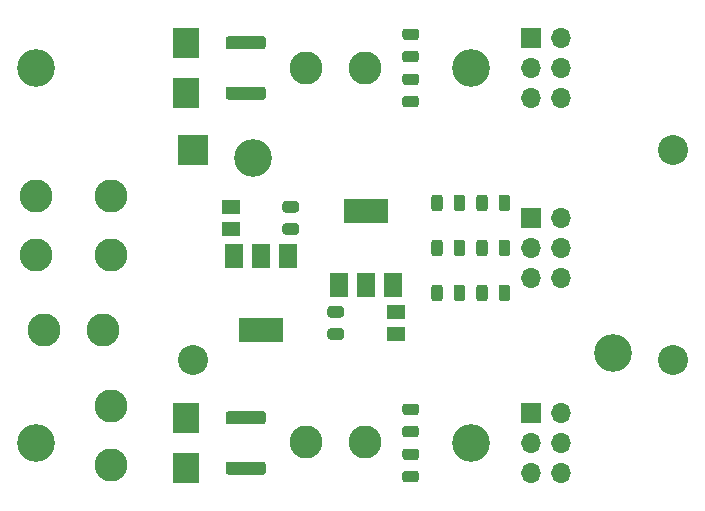
<source format=gbr>
G04 #@! TF.GenerationSoftware,KiCad,Pcbnew,(5.1.8)-1*
G04 #@! TF.CreationDate,2022-10-22T17:33:47+02:00*
G04 #@! TF.ProjectId,RP_LM2596-KfzPowerSafeguard,52505f4c-4d32-4353-9936-2d4b667a506f,rev?*
G04 #@! TF.SameCoordinates,Original*
G04 #@! TF.FileFunction,Soldermask,Top*
G04 #@! TF.FilePolarity,Negative*
%FSLAX46Y46*%
G04 Gerber Fmt 4.6, Leading zero omitted, Abs format (unit mm)*
G04 Created by KiCad (PCBNEW (5.1.8)-1) date 2022-10-22 17:33:47*
%MOMM*%
%LPD*%
G01*
G04 APERTURE LIST*
%ADD10C,3.200000*%
%ADD11R,2.540000X2.540000*%
%ADD12C,2.540000*%
%ADD13R,2.300000X2.500000*%
%ADD14R,1.500000X1.200000*%
%ADD15R,3.800000X2.000000*%
%ADD16R,1.500000X2.000000*%
%ADD17C,2.800000*%
%ADD18R,1.700000X1.700000*%
%ADD19O,1.700000X1.700000*%
G04 APERTURE END LIST*
D10*
X103505000Y-71755000D03*
X133985000Y-88265000D03*
D11*
X98425000Y-71120000D03*
D12*
X98425000Y-88900000D03*
X139065000Y-71120000D03*
X139065000Y-88900000D03*
D13*
X97790000Y-98035000D03*
X97790000Y-93735000D03*
X97790000Y-61985000D03*
X97790000Y-66285000D03*
D14*
X101600000Y-77785000D03*
X101600000Y-75885000D03*
X115570000Y-86675000D03*
X115570000Y-84775000D03*
G36*
G01*
X104320001Y-66835000D02*
X101419999Y-66835000D01*
G75*
G02*
X101170000Y-66585001I0J249999D01*
G01*
X101170000Y-65959999D01*
G75*
G02*
X101419999Y-65710000I249999J0D01*
G01*
X104320001Y-65710000D01*
G75*
G02*
X104570000Y-65959999I0J-249999D01*
G01*
X104570000Y-66585001D01*
G75*
G02*
X104320001Y-66835000I-249999J0D01*
G01*
G37*
G36*
G01*
X104320001Y-62560000D02*
X101419999Y-62560000D01*
G75*
G02*
X101170000Y-62310001I0J249999D01*
G01*
X101170000Y-61684999D01*
G75*
G02*
X101419999Y-61435000I249999J0D01*
G01*
X104320001Y-61435000D01*
G75*
G02*
X104570000Y-61684999I0J-249999D01*
G01*
X104570000Y-62310001D01*
G75*
G02*
X104320001Y-62560000I-249999J0D01*
G01*
G37*
G36*
G01*
X101419999Y-97460000D02*
X104320001Y-97460000D01*
G75*
G02*
X104570000Y-97709999I0J-249999D01*
G01*
X104570000Y-98335001D01*
G75*
G02*
X104320001Y-98585000I-249999J0D01*
G01*
X101419999Y-98585000D01*
G75*
G02*
X101170000Y-98335001I0J249999D01*
G01*
X101170000Y-97709999D01*
G75*
G02*
X101419999Y-97460000I249999J0D01*
G01*
G37*
G36*
G01*
X101419999Y-93185000D02*
X104320001Y-93185000D01*
G75*
G02*
X104570000Y-93434999I0J-249999D01*
G01*
X104570000Y-94060001D01*
G75*
G02*
X104320001Y-94310000I-249999J0D01*
G01*
X101419999Y-94310000D01*
G75*
G02*
X101170000Y-94060001I0J249999D01*
G01*
X101170000Y-93434999D01*
G75*
G02*
X101419999Y-93185000I249999J0D01*
G01*
G37*
D15*
X104140000Y-86335000D03*
D16*
X104140000Y-80035000D03*
X101840000Y-80035000D03*
X106440000Y-80035000D03*
X110730000Y-82525000D03*
X115330000Y-82525000D03*
X113030000Y-82525000D03*
D15*
X113030000Y-76225000D03*
G36*
G01*
X107136250Y-78260000D02*
X106223750Y-78260000D01*
G75*
G02*
X105980000Y-78016250I0J243750D01*
G01*
X105980000Y-77528750D01*
G75*
G02*
X106223750Y-77285000I243750J0D01*
G01*
X107136250Y-77285000D01*
G75*
G02*
X107380000Y-77528750I0J-243750D01*
G01*
X107380000Y-78016250D01*
G75*
G02*
X107136250Y-78260000I-243750J0D01*
G01*
G37*
G36*
G01*
X107136250Y-76385000D02*
X106223750Y-76385000D01*
G75*
G02*
X105980000Y-76141250I0J243750D01*
G01*
X105980000Y-75653750D01*
G75*
G02*
X106223750Y-75410000I243750J0D01*
G01*
X107136250Y-75410000D01*
G75*
G02*
X107380000Y-75653750I0J-243750D01*
G01*
X107380000Y-76141250D01*
G75*
G02*
X107136250Y-76385000I-243750J0D01*
G01*
G37*
G36*
G01*
X110033750Y-86175000D02*
X110946250Y-86175000D01*
G75*
G02*
X111190000Y-86418750I0J-243750D01*
G01*
X111190000Y-86906250D01*
G75*
G02*
X110946250Y-87150000I-243750J0D01*
G01*
X110033750Y-87150000D01*
G75*
G02*
X109790000Y-86906250I0J243750D01*
G01*
X109790000Y-86418750D01*
G75*
G02*
X110033750Y-86175000I243750J0D01*
G01*
G37*
G36*
G01*
X110033750Y-84300000D02*
X110946250Y-84300000D01*
G75*
G02*
X111190000Y-84543750I0J-243750D01*
G01*
X111190000Y-85031250D01*
G75*
G02*
X110946250Y-85275000I-243750J0D01*
G01*
X110033750Y-85275000D01*
G75*
G02*
X109790000Y-85031250I0J243750D01*
G01*
X109790000Y-84543750D01*
G75*
G02*
X110033750Y-84300000I243750J0D01*
G01*
G37*
D17*
X85090000Y-79970000D03*
X85090000Y-74970000D03*
X91440000Y-74970000D03*
X91440000Y-79970000D03*
X85765000Y-86360000D03*
X90765000Y-86360000D03*
G36*
G01*
X117296250Y-97340000D02*
X116383750Y-97340000D01*
G75*
G02*
X116140000Y-97096250I0J243750D01*
G01*
X116140000Y-96608750D01*
G75*
G02*
X116383750Y-96365000I243750J0D01*
G01*
X117296250Y-96365000D01*
G75*
G02*
X117540000Y-96608750I0J-243750D01*
G01*
X117540000Y-97096250D01*
G75*
G02*
X117296250Y-97340000I-243750J0D01*
G01*
G37*
G36*
G01*
X117296250Y-99215000D02*
X116383750Y-99215000D01*
G75*
G02*
X116140000Y-98971250I0J243750D01*
G01*
X116140000Y-98483750D01*
G75*
G02*
X116383750Y-98240000I243750J0D01*
G01*
X117296250Y-98240000D01*
G75*
G02*
X117540000Y-98483750I0J-243750D01*
G01*
X117540000Y-98971250D01*
G75*
G02*
X117296250Y-99215000I-243750J0D01*
G01*
G37*
G36*
G01*
X116383750Y-60805000D02*
X117296250Y-60805000D01*
G75*
G02*
X117540000Y-61048750I0J-243750D01*
G01*
X117540000Y-61536250D01*
G75*
G02*
X117296250Y-61780000I-243750J0D01*
G01*
X116383750Y-61780000D01*
G75*
G02*
X116140000Y-61536250I0J243750D01*
G01*
X116140000Y-61048750D01*
G75*
G02*
X116383750Y-60805000I243750J0D01*
G01*
G37*
G36*
G01*
X116383750Y-62680000D02*
X117296250Y-62680000D01*
G75*
G02*
X117540000Y-62923750I0J-243750D01*
G01*
X117540000Y-63411250D01*
G75*
G02*
X117296250Y-63655000I-243750J0D01*
G01*
X116383750Y-63655000D01*
G75*
G02*
X116140000Y-63411250I0J243750D01*
G01*
X116140000Y-62923750D01*
G75*
G02*
X116383750Y-62680000I243750J0D01*
G01*
G37*
G36*
G01*
X116383750Y-92555000D02*
X117296250Y-92555000D01*
G75*
G02*
X117540000Y-92798750I0J-243750D01*
G01*
X117540000Y-93286250D01*
G75*
G02*
X117296250Y-93530000I-243750J0D01*
G01*
X116383750Y-93530000D01*
G75*
G02*
X116140000Y-93286250I0J243750D01*
G01*
X116140000Y-92798750D01*
G75*
G02*
X116383750Y-92555000I243750J0D01*
G01*
G37*
G36*
G01*
X116383750Y-94430000D02*
X117296250Y-94430000D01*
G75*
G02*
X117540000Y-94673750I0J-243750D01*
G01*
X117540000Y-95161250D01*
G75*
G02*
X117296250Y-95405000I-243750J0D01*
G01*
X116383750Y-95405000D01*
G75*
G02*
X116140000Y-95161250I0J243750D01*
G01*
X116140000Y-94673750D01*
G75*
G02*
X116383750Y-94430000I243750J0D01*
G01*
G37*
G36*
G01*
X117296250Y-65590001D02*
X116383750Y-65590001D01*
G75*
G02*
X116140000Y-65346251I0J243750D01*
G01*
X116140000Y-64858751D01*
G75*
G02*
X116383750Y-64615001I243750J0D01*
G01*
X117296250Y-64615001D01*
G75*
G02*
X117540000Y-64858751I0J-243750D01*
G01*
X117540000Y-65346251D01*
G75*
G02*
X117296250Y-65590001I-243750J0D01*
G01*
G37*
G36*
G01*
X117296250Y-67465001D02*
X116383750Y-67465001D01*
G75*
G02*
X116140000Y-67221251I0J243750D01*
G01*
X116140000Y-66733751D01*
G75*
G02*
X116383750Y-66490001I243750J0D01*
G01*
X117296250Y-66490001D01*
G75*
G02*
X117540000Y-66733751I0J-243750D01*
G01*
X117540000Y-67221251D01*
G75*
G02*
X117296250Y-67465001I-243750J0D01*
G01*
G37*
X107990000Y-95845000D03*
X112990000Y-95845000D03*
X91440000Y-97750000D03*
X91440000Y-92750000D03*
D10*
X85090000Y-64135000D03*
X121920000Y-64135000D03*
X85090000Y-95885000D03*
X121920000Y-95885000D03*
D17*
X107990000Y-64135000D03*
X112990000Y-64135000D03*
G36*
G01*
X122400000Y-83641250D02*
X122400000Y-82728750D01*
G75*
G02*
X122643750Y-82485000I243750J0D01*
G01*
X123131250Y-82485000D01*
G75*
G02*
X123375000Y-82728750I0J-243750D01*
G01*
X123375000Y-83641250D01*
G75*
G02*
X123131250Y-83885000I-243750J0D01*
G01*
X122643750Y-83885000D01*
G75*
G02*
X122400000Y-83641250I0J243750D01*
G01*
G37*
G36*
G01*
X124275000Y-83641250D02*
X124275000Y-82728750D01*
G75*
G02*
X124518750Y-82485000I243750J0D01*
G01*
X125006250Y-82485000D01*
G75*
G02*
X125250000Y-82728750I0J-243750D01*
G01*
X125250000Y-83641250D01*
G75*
G02*
X125006250Y-83885000I-243750J0D01*
G01*
X124518750Y-83885000D01*
G75*
G02*
X124275000Y-83641250I0J243750D01*
G01*
G37*
G36*
G01*
X119565000Y-82728750D02*
X119565000Y-83641250D01*
G75*
G02*
X119321250Y-83885000I-243750J0D01*
G01*
X118833750Y-83885000D01*
G75*
G02*
X118590000Y-83641250I0J243750D01*
G01*
X118590000Y-82728750D01*
G75*
G02*
X118833750Y-82485000I243750J0D01*
G01*
X119321250Y-82485000D01*
G75*
G02*
X119565000Y-82728750I0J-243750D01*
G01*
G37*
G36*
G01*
X121440000Y-82728750D02*
X121440000Y-83641250D01*
G75*
G02*
X121196250Y-83885000I-243750J0D01*
G01*
X120708750Y-83885000D01*
G75*
G02*
X120465000Y-83641250I0J243750D01*
G01*
X120465000Y-82728750D01*
G75*
G02*
X120708750Y-82485000I243750J0D01*
G01*
X121196250Y-82485000D01*
G75*
G02*
X121440000Y-82728750I0J-243750D01*
G01*
G37*
G36*
G01*
X122400000Y-79831250D02*
X122400000Y-78918750D01*
G75*
G02*
X122643750Y-78675000I243750J0D01*
G01*
X123131250Y-78675000D01*
G75*
G02*
X123375000Y-78918750I0J-243750D01*
G01*
X123375000Y-79831250D01*
G75*
G02*
X123131250Y-80075000I-243750J0D01*
G01*
X122643750Y-80075000D01*
G75*
G02*
X122400000Y-79831250I0J243750D01*
G01*
G37*
G36*
G01*
X124275000Y-79831250D02*
X124275000Y-78918750D01*
G75*
G02*
X124518750Y-78675000I243750J0D01*
G01*
X125006250Y-78675000D01*
G75*
G02*
X125250000Y-78918750I0J-243750D01*
G01*
X125250000Y-79831250D01*
G75*
G02*
X125006250Y-80075000I-243750J0D01*
G01*
X124518750Y-80075000D01*
G75*
G02*
X124275000Y-79831250I0J243750D01*
G01*
G37*
G36*
G01*
X119565000Y-78918750D02*
X119565000Y-79831250D01*
G75*
G02*
X119321250Y-80075000I-243750J0D01*
G01*
X118833750Y-80075000D01*
G75*
G02*
X118590000Y-79831250I0J243750D01*
G01*
X118590000Y-78918750D01*
G75*
G02*
X118833750Y-78675000I243750J0D01*
G01*
X119321250Y-78675000D01*
G75*
G02*
X119565000Y-78918750I0J-243750D01*
G01*
G37*
G36*
G01*
X121440000Y-78918750D02*
X121440000Y-79831250D01*
G75*
G02*
X121196250Y-80075000I-243750J0D01*
G01*
X120708750Y-80075000D01*
G75*
G02*
X120465000Y-79831250I0J243750D01*
G01*
X120465000Y-78918750D01*
G75*
G02*
X120708750Y-78675000I243750J0D01*
G01*
X121196250Y-78675000D01*
G75*
G02*
X121440000Y-78918750I0J-243750D01*
G01*
G37*
D18*
X127000000Y-61595000D03*
D19*
X129540000Y-61595000D03*
X127000000Y-64135000D03*
X129540000Y-64135000D03*
X127000000Y-66675000D03*
X129540000Y-66675000D03*
X129540000Y-98425000D03*
X127000000Y-98425000D03*
X129540000Y-95885000D03*
X127000000Y-95885000D03*
X129540000Y-93345000D03*
D18*
X127000000Y-93345000D03*
G36*
G01*
X124275000Y-76021250D02*
X124275000Y-75108750D01*
G75*
G02*
X124518750Y-74865000I243750J0D01*
G01*
X125006250Y-74865000D01*
G75*
G02*
X125250000Y-75108750I0J-243750D01*
G01*
X125250000Y-76021250D01*
G75*
G02*
X125006250Y-76265000I-243750J0D01*
G01*
X124518750Y-76265000D01*
G75*
G02*
X124275000Y-76021250I0J243750D01*
G01*
G37*
G36*
G01*
X122400000Y-76021250D02*
X122400000Y-75108750D01*
G75*
G02*
X122643750Y-74865000I243750J0D01*
G01*
X123131250Y-74865000D01*
G75*
G02*
X123375000Y-75108750I0J-243750D01*
G01*
X123375000Y-76021250D01*
G75*
G02*
X123131250Y-76265000I-243750J0D01*
G01*
X122643750Y-76265000D01*
G75*
G02*
X122400000Y-76021250I0J243750D01*
G01*
G37*
G36*
G01*
X121440000Y-75108750D02*
X121440000Y-76021250D01*
G75*
G02*
X121196250Y-76265000I-243750J0D01*
G01*
X120708750Y-76265000D01*
G75*
G02*
X120465000Y-76021250I0J243750D01*
G01*
X120465000Y-75108750D01*
G75*
G02*
X120708750Y-74865000I243750J0D01*
G01*
X121196250Y-74865000D01*
G75*
G02*
X121440000Y-75108750I0J-243750D01*
G01*
G37*
G36*
G01*
X119565000Y-75108750D02*
X119565000Y-76021250D01*
G75*
G02*
X119321250Y-76265000I-243750J0D01*
G01*
X118833750Y-76265000D01*
G75*
G02*
X118590000Y-76021250I0J243750D01*
G01*
X118590000Y-75108750D01*
G75*
G02*
X118833750Y-74865000I243750J0D01*
G01*
X119321250Y-74865000D01*
G75*
G02*
X119565000Y-75108750I0J-243750D01*
G01*
G37*
X127000000Y-76835000D03*
D19*
X129540000Y-76835000D03*
X127000000Y-79375000D03*
X129540000Y-79375000D03*
X127000000Y-81915000D03*
X129540000Y-81915000D03*
M02*

</source>
